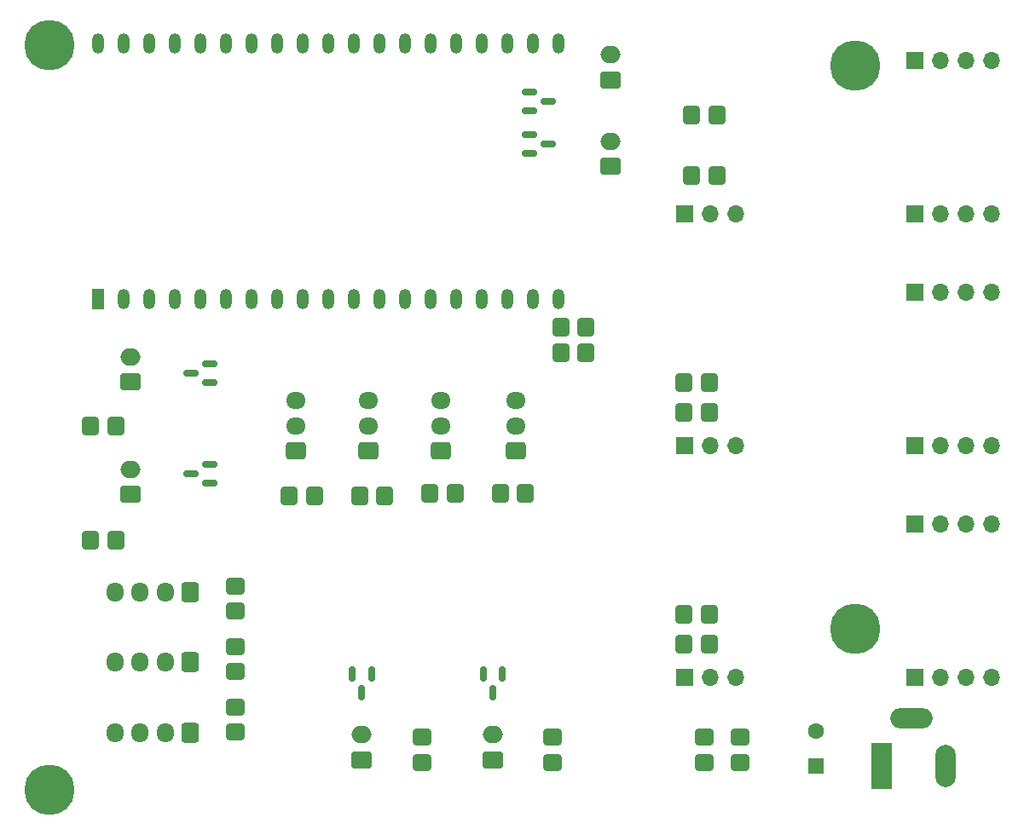
<source format=gts>
%TF.GenerationSoftware,KiCad,Pcbnew,(6.0.8)*%
%TF.CreationDate,2023-01-08T14:39:41+01:00*%
%TF.ProjectId,MainPCB-Rev2,4d61696e-5043-4422-9d52-6576322e6b69,rev?*%
%TF.SameCoordinates,Original*%
%TF.FileFunction,Soldermask,Top*%
%TF.FilePolarity,Negative*%
%FSLAX46Y46*%
G04 Gerber Fmt 4.6, Leading zero omitted, Abs format (unit mm)*
G04 Created by KiCad (PCBNEW (6.0.8)) date 2023-01-08 14:39:41*
%MOMM*%
%LPD*%
G01*
G04 APERTURE LIST*
G04 Aperture macros list*
%AMRoundRect*
0 Rectangle with rounded corners*
0 $1 Rounding radius*
0 $2 $3 $4 $5 $6 $7 $8 $9 X,Y pos of 4 corners*
0 Add a 4 corners polygon primitive as box body*
4,1,4,$2,$3,$4,$5,$6,$7,$8,$9,$2,$3,0*
0 Add four circle primitives for the rounded corners*
1,1,$1+$1,$2,$3*
1,1,$1+$1,$4,$5*
1,1,$1+$1,$6,$7*
1,1,$1+$1,$8,$9*
0 Add four rect primitives between the rounded corners*
20,1,$1+$1,$2,$3,$4,$5,0*
20,1,$1+$1,$4,$5,$6,$7,0*
20,1,$1+$1,$6,$7,$8,$9,0*
20,1,$1+$1,$8,$9,$2,$3,0*%
G04 Aperture macros list end*
%ADD10RoundRect,0.320754X-0.529246X-0.579246X0.529246X-0.579246X0.529246X0.579246X-0.529246X0.579246X0*%
%ADD11RoundRect,0.250000X0.600000X0.725000X-0.600000X0.725000X-0.600000X-0.725000X0.600000X-0.725000X0*%
%ADD12O,1.700000X1.950000*%
%ADD13RoundRect,0.320754X-0.579246X0.529246X-0.579246X-0.529246X0.579246X-0.529246X0.579246X0.529246X0*%
%ADD14RoundRect,0.150000X-0.587500X-0.150000X0.587500X-0.150000X0.587500X0.150000X-0.587500X0.150000X0*%
%ADD15RoundRect,0.250000X0.750000X-0.600000X0.750000X0.600000X-0.750000X0.600000X-0.750000X-0.600000X0*%
%ADD16O,2.000000X1.700000*%
%ADD17R,1.200000X2.000000*%
%ADD18O,1.200000X2.000000*%
%ADD19R,1.700000X1.700000*%
%ADD20O,1.700000X1.700000*%
%ADD21RoundRect,0.150000X0.587500X0.150000X-0.587500X0.150000X-0.587500X-0.150000X0.587500X-0.150000X0*%
%ADD22RoundRect,0.250000X0.725000X-0.600000X0.725000X0.600000X-0.725000X0.600000X-0.725000X-0.600000X0*%
%ADD23O,1.950000X1.700000*%
%ADD24R,2.000000X4.600000*%
%ADD25O,2.000000X4.200000*%
%ADD26O,4.200000X2.000000*%
%ADD27RoundRect,0.150000X-0.150000X0.587500X-0.150000X-0.587500X0.150000X-0.587500X0.150000X0.587500X0*%
%ADD28RoundRect,0.320754X0.529246X0.579246X-0.529246X0.579246X-0.529246X-0.579246X0.529246X-0.579246X0*%
%ADD29C,5.000000*%
%ADD30RoundRect,0.320754X0.579246X-0.529246X0.579246X0.529246X-0.579246X0.529246X-0.579246X-0.529246X0*%
%ADD31R,1.600000X1.600000*%
%ADD32C,1.600000*%
G04 APERTURE END LIST*
D10*
X96000000Y-89500000D03*
X98500000Y-89500000D03*
D11*
X47000000Y-121325000D03*
D12*
X44500000Y-121325000D03*
X42000000Y-121325000D03*
X39500000Y-121325000D03*
D10*
X96000000Y-86500000D03*
X98500000Y-86500000D03*
D13*
X69950000Y-121750000D03*
X69950000Y-124250000D03*
X51450000Y-106750000D03*
X51450000Y-109250000D03*
D14*
X80662500Y-61850000D03*
X80662500Y-63750000D03*
X82537500Y-62800000D03*
D15*
X64000000Y-124000000D03*
D16*
X64000000Y-121500000D03*
D10*
X83750000Y-83550000D03*
X86250000Y-83550000D03*
D17*
X37796560Y-78200000D03*
D18*
X40336560Y-78200000D03*
X42876560Y-78200000D03*
X45416560Y-78200000D03*
X47956560Y-78200000D03*
X50496560Y-78200000D03*
X53036560Y-78200000D03*
X55576560Y-78200000D03*
X58116560Y-78200000D03*
X60656560Y-78200000D03*
X63196560Y-78200000D03*
X65736560Y-78200000D03*
X68276560Y-78200000D03*
X70816560Y-78200000D03*
X73356560Y-78200000D03*
X75896560Y-78200000D03*
X78436560Y-78200000D03*
X80976560Y-78200000D03*
X83516560Y-78200000D03*
X83513840Y-52803680D03*
X80973840Y-52803680D03*
X78436560Y-52800000D03*
X75896560Y-52800000D03*
X73356560Y-52800000D03*
X70816560Y-52800000D03*
X68276560Y-52800000D03*
X65736560Y-52800000D03*
X63196560Y-52800000D03*
X60656560Y-52800000D03*
X58116560Y-52800000D03*
X55576560Y-52800000D03*
X53036560Y-52800000D03*
X50496560Y-52800000D03*
X47956560Y-52800000D03*
X45416560Y-52800000D03*
X42876560Y-52800000D03*
X40336560Y-52800000D03*
X37796560Y-52800000D03*
D19*
X118900000Y-115780000D03*
D20*
X123980000Y-100540000D03*
D19*
X118900000Y-100540000D03*
D20*
X123980000Y-115780000D03*
X126520000Y-100540000D03*
X121440000Y-115780000D03*
X126520000Y-115780000D03*
X121440000Y-100540000D03*
D19*
X96040000Y-115780000D03*
D20*
X98580000Y-115780000D03*
X101120000Y-115780000D03*
D21*
X48937500Y-96550000D03*
X48937500Y-94650000D03*
X47062500Y-95600000D03*
D22*
X64675000Y-93300000D03*
D23*
X64675000Y-90800000D03*
X64675000Y-88300000D03*
D24*
X115650000Y-124650000D03*
D25*
X121950000Y-124650000D03*
D26*
X118550000Y-119850000D03*
D15*
X88675000Y-56450000D03*
D16*
X88675000Y-53950000D03*
D27*
X64950000Y-115462500D03*
X63050000Y-115462500D03*
X64000000Y-117337500D03*
D28*
X80250000Y-97550000D03*
X77750000Y-97550000D03*
D22*
X57450000Y-93300000D03*
D23*
X57450000Y-90800000D03*
X57450000Y-88300000D03*
D29*
X33000000Y-53000000D03*
D28*
X99250000Y-59950000D03*
X96750000Y-59950000D03*
D13*
X51450000Y-118750000D03*
X51450000Y-121250000D03*
D15*
X41000000Y-86450000D03*
D16*
X41000000Y-83950000D03*
D30*
X101550000Y-124250000D03*
X101550000Y-121750000D03*
D10*
X96000000Y-112550000D03*
X98500000Y-112550000D03*
D14*
X80662500Y-57650000D03*
X80662500Y-59550000D03*
X82537500Y-58600000D03*
D15*
X41000000Y-97650000D03*
D16*
X41000000Y-95150000D03*
D22*
X79275000Y-93300000D03*
D23*
X79275000Y-90800000D03*
X79275000Y-88300000D03*
D28*
X66300000Y-97750000D03*
X63800000Y-97750000D03*
D15*
X88675000Y-65050000D03*
D16*
X88675000Y-62550000D03*
D13*
X82950000Y-121750000D03*
X82950000Y-124250000D03*
D28*
X39550000Y-102150000D03*
X37050000Y-102150000D03*
D30*
X98000000Y-124250000D03*
X98000000Y-121750000D03*
D28*
X59300000Y-97750000D03*
X56800000Y-97750000D03*
X39550000Y-90850000D03*
X37050000Y-90850000D03*
D20*
X123980000Y-77540000D03*
X123980000Y-92780000D03*
D19*
X118900000Y-92780000D03*
X118900000Y-77540000D03*
D20*
X121440000Y-77540000D03*
X121440000Y-92780000D03*
X126520000Y-77540000D03*
X126520000Y-92780000D03*
D19*
X96040000Y-92780000D03*
D20*
X98580000Y-92780000D03*
X101120000Y-92780000D03*
D15*
X77000000Y-124000000D03*
D16*
X77000000Y-121500000D03*
D10*
X96000000Y-109550000D03*
X98500000Y-109550000D03*
D13*
X51450000Y-112750000D03*
X51450000Y-115250000D03*
D28*
X73250000Y-97550000D03*
X70750000Y-97550000D03*
D22*
X71875000Y-93300000D03*
D23*
X71875000Y-90800000D03*
X71875000Y-88300000D03*
D29*
X113000000Y-55000000D03*
D10*
X83750000Y-81050000D03*
X86250000Y-81050000D03*
D21*
X48937500Y-86550000D03*
X48937500Y-84650000D03*
X47062500Y-85600000D03*
D28*
X99250000Y-65950000D03*
X96750000Y-65950000D03*
D20*
X123980000Y-69780000D03*
D19*
X118900000Y-69780000D03*
X118900000Y-54540000D03*
D20*
X123980000Y-54540000D03*
X126520000Y-54540000D03*
X121440000Y-69780000D03*
X121440000Y-54540000D03*
X126520000Y-69780000D03*
D19*
X96040000Y-69780000D03*
D20*
X98580000Y-69780000D03*
X101120000Y-69780000D03*
D11*
X47000000Y-107325000D03*
D12*
X44500000Y-107325000D03*
X42000000Y-107325000D03*
X39500000Y-107325000D03*
D11*
X47000000Y-114325000D03*
D12*
X44500000Y-114325000D03*
X42000000Y-114325000D03*
X39500000Y-114325000D03*
D31*
X109100000Y-124652651D03*
D32*
X109100000Y-121152651D03*
D29*
X113000000Y-111000000D03*
D27*
X77950000Y-115462500D03*
X76050000Y-115462500D03*
X77000000Y-117337500D03*
D29*
X33000000Y-127000000D03*
M02*

</source>
